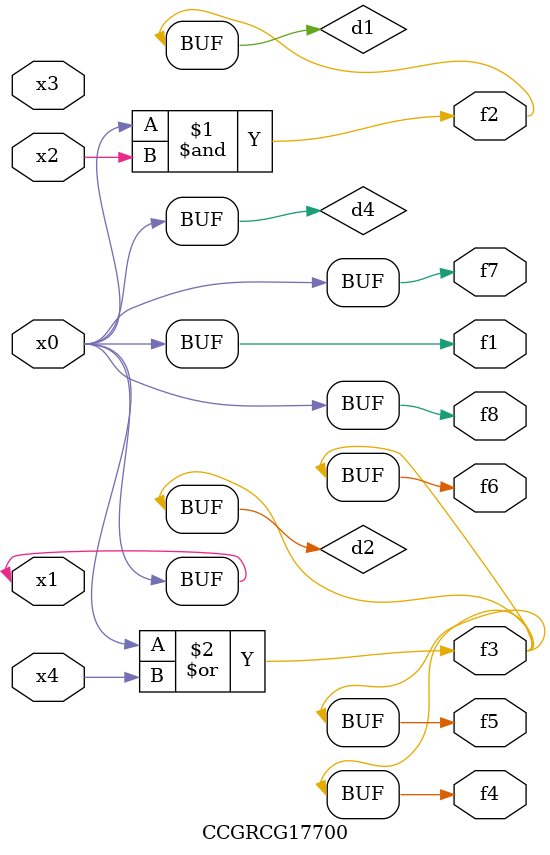
<source format=v>
module CCGRCG17700(
	input x0, x1, x2, x3, x4,
	output f1, f2, f3, f4, f5, f6, f7, f8
);

	wire d1, d2, d3, d4;

	and (d1, x0, x2);
	or (d2, x0, x4);
	nand (d3, x0, x2);
	buf (d4, x0, x1);
	assign f1 = d4;
	assign f2 = d1;
	assign f3 = d2;
	assign f4 = d2;
	assign f5 = d2;
	assign f6 = d2;
	assign f7 = d4;
	assign f8 = d4;
endmodule

</source>
